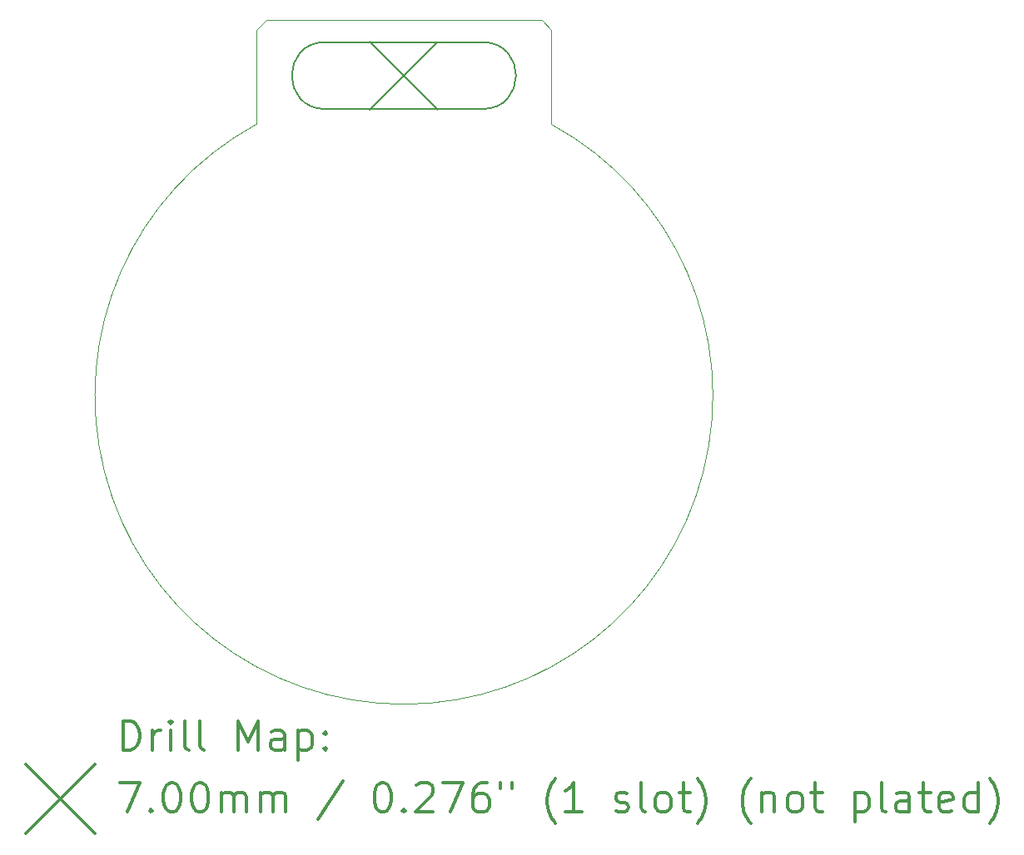
<source format=gbr>
%FSLAX45Y45*%
G04 Gerber Fmt 4.5, Leading zero omitted, Abs format (unit mm)*
G04 Created by KiCad (PCBNEW (5.1.6)-1) date 2020-10-13 14:36:52*
%MOMM*%
%LPD*%
G01*
G04 APERTURE LIST*
%TA.AperFunction,Profile*%
%ADD10C,0.050000*%
%TD*%
%ADD11C,0.200000*%
%ADD12C,0.300000*%
G04 APERTURE END LIST*
D10*
X11500000Y-7239000D02*
G75*
G02*
X8500000Y-7239000I-1500000J-2761000D01*
G01*
X11400000Y-6177800D02*
X11500000Y-6277800D01*
X8600000Y-6177800D02*
X8500000Y-6277800D01*
X11500000Y-6277800D02*
X11500000Y-7239000D01*
X8600000Y-6177800D02*
X11400000Y-6177800D01*
X8500000Y-6277800D02*
X8500000Y-7239000D01*
D11*
X9650000Y-6392500D02*
X10350000Y-7092500D01*
X10350000Y-6392500D02*
X9650000Y-7092500D01*
X9200000Y-7082500D02*
X10800000Y-7082500D01*
X9200000Y-6402500D02*
X10800000Y-6402500D01*
X10800000Y-7082500D02*
G75*
G03*
X10800000Y-6402500I0J340000D01*
G01*
X9200000Y-6402500D02*
G75*
G03*
X9200000Y-7082500I0J-340000D01*
G01*
D12*
X7141776Y-13610367D02*
X7141776Y-13310367D01*
X7213205Y-13310367D01*
X7256062Y-13324652D01*
X7284633Y-13353224D01*
X7298919Y-13381795D01*
X7313205Y-13438938D01*
X7313205Y-13481795D01*
X7298919Y-13538938D01*
X7284633Y-13567509D01*
X7256062Y-13596081D01*
X7213205Y-13610367D01*
X7141776Y-13610367D01*
X7441776Y-13610367D02*
X7441776Y-13410367D01*
X7441776Y-13467509D02*
X7456062Y-13438938D01*
X7470348Y-13424652D01*
X7498919Y-13410367D01*
X7527490Y-13410367D01*
X7627490Y-13610367D02*
X7627490Y-13410367D01*
X7627490Y-13310367D02*
X7613205Y-13324652D01*
X7627490Y-13338938D01*
X7641776Y-13324652D01*
X7627490Y-13310367D01*
X7627490Y-13338938D01*
X7813205Y-13610367D02*
X7784633Y-13596081D01*
X7770348Y-13567509D01*
X7770348Y-13310367D01*
X7970348Y-13610367D02*
X7941776Y-13596081D01*
X7927490Y-13567509D01*
X7927490Y-13310367D01*
X8313205Y-13610367D02*
X8313205Y-13310367D01*
X8413205Y-13524652D01*
X8513205Y-13310367D01*
X8513205Y-13610367D01*
X8784633Y-13610367D02*
X8784633Y-13453224D01*
X8770348Y-13424652D01*
X8741776Y-13410367D01*
X8684633Y-13410367D01*
X8656062Y-13424652D01*
X8784633Y-13596081D02*
X8756062Y-13610367D01*
X8684633Y-13610367D01*
X8656062Y-13596081D01*
X8641776Y-13567509D01*
X8641776Y-13538938D01*
X8656062Y-13510367D01*
X8684633Y-13496081D01*
X8756062Y-13496081D01*
X8784633Y-13481795D01*
X8927490Y-13410367D02*
X8927490Y-13710367D01*
X8927490Y-13424652D02*
X8956062Y-13410367D01*
X9013205Y-13410367D01*
X9041776Y-13424652D01*
X9056062Y-13438938D01*
X9070348Y-13467509D01*
X9070348Y-13553224D01*
X9056062Y-13581795D01*
X9041776Y-13596081D01*
X9013205Y-13610367D01*
X8956062Y-13610367D01*
X8927490Y-13596081D01*
X9198919Y-13581795D02*
X9213205Y-13596081D01*
X9198919Y-13610367D01*
X9184633Y-13596081D01*
X9198919Y-13581795D01*
X9198919Y-13610367D01*
X9198919Y-13424652D02*
X9213205Y-13438938D01*
X9198919Y-13453224D01*
X9184633Y-13438938D01*
X9198919Y-13424652D01*
X9198919Y-13453224D01*
X6155348Y-13754652D02*
X6855348Y-14454652D01*
X6855348Y-13754652D02*
X6155348Y-14454652D01*
X7113205Y-13940367D02*
X7313205Y-13940367D01*
X7184633Y-14240367D01*
X7427490Y-14211795D02*
X7441776Y-14226081D01*
X7427490Y-14240367D01*
X7413205Y-14226081D01*
X7427490Y-14211795D01*
X7427490Y-14240367D01*
X7627490Y-13940367D02*
X7656062Y-13940367D01*
X7684633Y-13954652D01*
X7698919Y-13968938D01*
X7713205Y-13997509D01*
X7727490Y-14054652D01*
X7727490Y-14126081D01*
X7713205Y-14183224D01*
X7698919Y-14211795D01*
X7684633Y-14226081D01*
X7656062Y-14240367D01*
X7627490Y-14240367D01*
X7598919Y-14226081D01*
X7584633Y-14211795D01*
X7570348Y-14183224D01*
X7556062Y-14126081D01*
X7556062Y-14054652D01*
X7570348Y-13997509D01*
X7584633Y-13968938D01*
X7598919Y-13954652D01*
X7627490Y-13940367D01*
X7913205Y-13940367D02*
X7941776Y-13940367D01*
X7970348Y-13954652D01*
X7984633Y-13968938D01*
X7998919Y-13997509D01*
X8013205Y-14054652D01*
X8013205Y-14126081D01*
X7998919Y-14183224D01*
X7984633Y-14211795D01*
X7970348Y-14226081D01*
X7941776Y-14240367D01*
X7913205Y-14240367D01*
X7884633Y-14226081D01*
X7870348Y-14211795D01*
X7856062Y-14183224D01*
X7841776Y-14126081D01*
X7841776Y-14054652D01*
X7856062Y-13997509D01*
X7870348Y-13968938D01*
X7884633Y-13954652D01*
X7913205Y-13940367D01*
X8141776Y-14240367D02*
X8141776Y-14040367D01*
X8141776Y-14068938D02*
X8156062Y-14054652D01*
X8184633Y-14040367D01*
X8227490Y-14040367D01*
X8256062Y-14054652D01*
X8270348Y-14083224D01*
X8270348Y-14240367D01*
X8270348Y-14083224D02*
X8284633Y-14054652D01*
X8313205Y-14040367D01*
X8356062Y-14040367D01*
X8384633Y-14054652D01*
X8398919Y-14083224D01*
X8398919Y-14240367D01*
X8541776Y-14240367D02*
X8541776Y-14040367D01*
X8541776Y-14068938D02*
X8556062Y-14054652D01*
X8584633Y-14040367D01*
X8627490Y-14040367D01*
X8656062Y-14054652D01*
X8670348Y-14083224D01*
X8670348Y-14240367D01*
X8670348Y-14083224D02*
X8684633Y-14054652D01*
X8713205Y-14040367D01*
X8756062Y-14040367D01*
X8784633Y-14054652D01*
X8798919Y-14083224D01*
X8798919Y-14240367D01*
X9384633Y-13926081D02*
X9127490Y-14311795D01*
X9770348Y-13940367D02*
X9798919Y-13940367D01*
X9827490Y-13954652D01*
X9841776Y-13968938D01*
X9856062Y-13997509D01*
X9870348Y-14054652D01*
X9870348Y-14126081D01*
X9856062Y-14183224D01*
X9841776Y-14211795D01*
X9827490Y-14226081D01*
X9798919Y-14240367D01*
X9770348Y-14240367D01*
X9741776Y-14226081D01*
X9727490Y-14211795D01*
X9713205Y-14183224D01*
X9698919Y-14126081D01*
X9698919Y-14054652D01*
X9713205Y-13997509D01*
X9727490Y-13968938D01*
X9741776Y-13954652D01*
X9770348Y-13940367D01*
X9998919Y-14211795D02*
X10013205Y-14226081D01*
X9998919Y-14240367D01*
X9984633Y-14226081D01*
X9998919Y-14211795D01*
X9998919Y-14240367D01*
X10127490Y-13968938D02*
X10141776Y-13954652D01*
X10170348Y-13940367D01*
X10241776Y-13940367D01*
X10270348Y-13954652D01*
X10284633Y-13968938D01*
X10298919Y-13997509D01*
X10298919Y-14026081D01*
X10284633Y-14068938D01*
X10113205Y-14240367D01*
X10298919Y-14240367D01*
X10398919Y-13940367D02*
X10598919Y-13940367D01*
X10470348Y-14240367D01*
X10841776Y-13940367D02*
X10784633Y-13940367D01*
X10756062Y-13954652D01*
X10741776Y-13968938D01*
X10713205Y-14011795D01*
X10698919Y-14068938D01*
X10698919Y-14183224D01*
X10713205Y-14211795D01*
X10727490Y-14226081D01*
X10756062Y-14240367D01*
X10813205Y-14240367D01*
X10841776Y-14226081D01*
X10856062Y-14211795D01*
X10870348Y-14183224D01*
X10870348Y-14111795D01*
X10856062Y-14083224D01*
X10841776Y-14068938D01*
X10813205Y-14054652D01*
X10756062Y-14054652D01*
X10727490Y-14068938D01*
X10713205Y-14083224D01*
X10698919Y-14111795D01*
X10984633Y-13940367D02*
X10984633Y-13997509D01*
X11098919Y-13940367D02*
X11098919Y-13997509D01*
X11541776Y-14354652D02*
X11527490Y-14340367D01*
X11498919Y-14297509D01*
X11484633Y-14268938D01*
X11470348Y-14226081D01*
X11456062Y-14154652D01*
X11456062Y-14097509D01*
X11470348Y-14026081D01*
X11484633Y-13983224D01*
X11498919Y-13954652D01*
X11527490Y-13911795D01*
X11541776Y-13897509D01*
X11813205Y-14240367D02*
X11641776Y-14240367D01*
X11727490Y-14240367D02*
X11727490Y-13940367D01*
X11698919Y-13983224D01*
X11670348Y-14011795D01*
X11641776Y-14026081D01*
X12156062Y-14226081D02*
X12184633Y-14240367D01*
X12241776Y-14240367D01*
X12270348Y-14226081D01*
X12284633Y-14197509D01*
X12284633Y-14183224D01*
X12270348Y-14154652D01*
X12241776Y-14140367D01*
X12198919Y-14140367D01*
X12170348Y-14126081D01*
X12156062Y-14097509D01*
X12156062Y-14083224D01*
X12170348Y-14054652D01*
X12198919Y-14040367D01*
X12241776Y-14040367D01*
X12270348Y-14054652D01*
X12456062Y-14240367D02*
X12427490Y-14226081D01*
X12413205Y-14197509D01*
X12413205Y-13940367D01*
X12613205Y-14240367D02*
X12584633Y-14226081D01*
X12570348Y-14211795D01*
X12556062Y-14183224D01*
X12556062Y-14097509D01*
X12570348Y-14068938D01*
X12584633Y-14054652D01*
X12613205Y-14040367D01*
X12656062Y-14040367D01*
X12684633Y-14054652D01*
X12698919Y-14068938D01*
X12713205Y-14097509D01*
X12713205Y-14183224D01*
X12698919Y-14211795D01*
X12684633Y-14226081D01*
X12656062Y-14240367D01*
X12613205Y-14240367D01*
X12798919Y-14040367D02*
X12913205Y-14040367D01*
X12841776Y-13940367D02*
X12841776Y-14197509D01*
X12856062Y-14226081D01*
X12884633Y-14240367D01*
X12913205Y-14240367D01*
X12984633Y-14354652D02*
X12998919Y-14340367D01*
X13027490Y-14297509D01*
X13041776Y-14268938D01*
X13056062Y-14226081D01*
X13070348Y-14154652D01*
X13070348Y-14097509D01*
X13056062Y-14026081D01*
X13041776Y-13983224D01*
X13027490Y-13954652D01*
X12998919Y-13911795D01*
X12984633Y-13897509D01*
X13527490Y-14354652D02*
X13513205Y-14340367D01*
X13484633Y-14297509D01*
X13470348Y-14268938D01*
X13456062Y-14226081D01*
X13441776Y-14154652D01*
X13441776Y-14097509D01*
X13456062Y-14026081D01*
X13470348Y-13983224D01*
X13484633Y-13954652D01*
X13513205Y-13911795D01*
X13527490Y-13897509D01*
X13641776Y-14040367D02*
X13641776Y-14240367D01*
X13641776Y-14068938D02*
X13656062Y-14054652D01*
X13684633Y-14040367D01*
X13727490Y-14040367D01*
X13756062Y-14054652D01*
X13770348Y-14083224D01*
X13770348Y-14240367D01*
X13956062Y-14240367D02*
X13927490Y-14226081D01*
X13913205Y-14211795D01*
X13898919Y-14183224D01*
X13898919Y-14097509D01*
X13913205Y-14068938D01*
X13927490Y-14054652D01*
X13956062Y-14040367D01*
X13998919Y-14040367D01*
X14027490Y-14054652D01*
X14041776Y-14068938D01*
X14056062Y-14097509D01*
X14056062Y-14183224D01*
X14041776Y-14211795D01*
X14027490Y-14226081D01*
X13998919Y-14240367D01*
X13956062Y-14240367D01*
X14141776Y-14040367D02*
X14256062Y-14040367D01*
X14184633Y-13940367D02*
X14184633Y-14197509D01*
X14198919Y-14226081D01*
X14227490Y-14240367D01*
X14256062Y-14240367D01*
X14584633Y-14040367D02*
X14584633Y-14340367D01*
X14584633Y-14054652D02*
X14613205Y-14040367D01*
X14670348Y-14040367D01*
X14698919Y-14054652D01*
X14713205Y-14068938D01*
X14727490Y-14097509D01*
X14727490Y-14183224D01*
X14713205Y-14211795D01*
X14698919Y-14226081D01*
X14670348Y-14240367D01*
X14613205Y-14240367D01*
X14584633Y-14226081D01*
X14898919Y-14240367D02*
X14870348Y-14226081D01*
X14856062Y-14197509D01*
X14856062Y-13940367D01*
X15141776Y-14240367D02*
X15141776Y-14083224D01*
X15127490Y-14054652D01*
X15098919Y-14040367D01*
X15041776Y-14040367D01*
X15013205Y-14054652D01*
X15141776Y-14226081D02*
X15113205Y-14240367D01*
X15041776Y-14240367D01*
X15013205Y-14226081D01*
X14998919Y-14197509D01*
X14998919Y-14168938D01*
X15013205Y-14140367D01*
X15041776Y-14126081D01*
X15113205Y-14126081D01*
X15141776Y-14111795D01*
X15241776Y-14040367D02*
X15356062Y-14040367D01*
X15284633Y-13940367D02*
X15284633Y-14197509D01*
X15298919Y-14226081D01*
X15327490Y-14240367D01*
X15356062Y-14240367D01*
X15570348Y-14226081D02*
X15541776Y-14240367D01*
X15484633Y-14240367D01*
X15456062Y-14226081D01*
X15441776Y-14197509D01*
X15441776Y-14083224D01*
X15456062Y-14054652D01*
X15484633Y-14040367D01*
X15541776Y-14040367D01*
X15570348Y-14054652D01*
X15584633Y-14083224D01*
X15584633Y-14111795D01*
X15441776Y-14140367D01*
X15841776Y-14240367D02*
X15841776Y-13940367D01*
X15841776Y-14226081D02*
X15813205Y-14240367D01*
X15756062Y-14240367D01*
X15727490Y-14226081D01*
X15713205Y-14211795D01*
X15698919Y-14183224D01*
X15698919Y-14097509D01*
X15713205Y-14068938D01*
X15727490Y-14054652D01*
X15756062Y-14040367D01*
X15813205Y-14040367D01*
X15841776Y-14054652D01*
X15956062Y-14354652D02*
X15970348Y-14340367D01*
X15998919Y-14297509D01*
X16013205Y-14268938D01*
X16027490Y-14226081D01*
X16041776Y-14154652D01*
X16041776Y-14097509D01*
X16027490Y-14026081D01*
X16013205Y-13983224D01*
X15998919Y-13954652D01*
X15970348Y-13911795D01*
X15956062Y-13897509D01*
M02*

</source>
